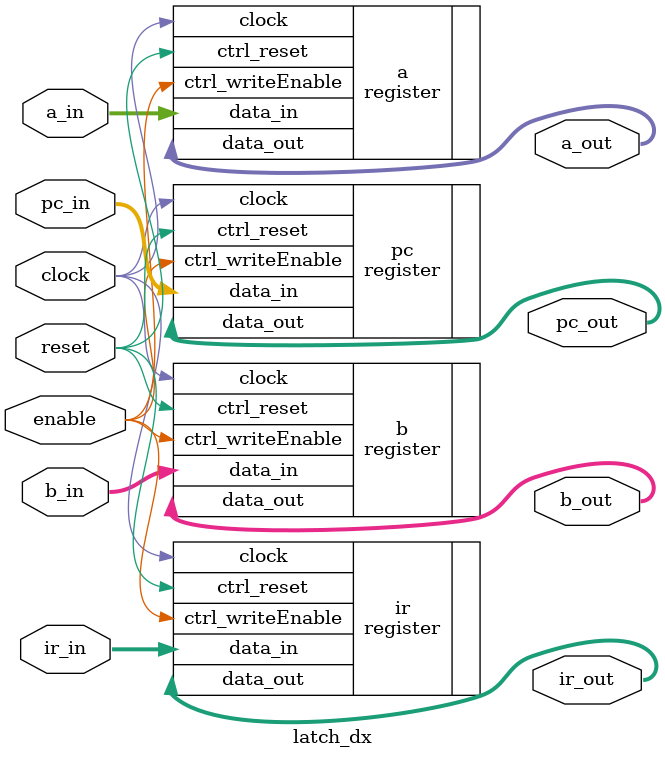
<source format=v>
module latch_dx (ir_in, pc_in, a_in, b_in, clock, reset, enable, ir_out, pc_out, a_out, b_out);

input [31:0] ir_in, pc_in, a_in, b_in;
input clock, reset, enable;

output [31:0] ir_out, pc_out, a_out, b_out;

register ir (
    .data_out(ir_out),
	 .clock(clock),
    .ctrl_writeEnable(enable),
    .ctrl_reset(reset),
	 .data_in(ir_in)
);

register pc (
    .data_out(pc_out),
	 .clock(clock),
    .ctrl_writeEnable(enable),
    .ctrl_reset(reset),
	 .data_in(pc_in)
);

register a (
    .data_out(a_out),
	 .clock(clock),
    .ctrl_writeEnable(enable),
    .ctrl_reset(reset),
	 .data_in(a_in)
);

register b (
    .data_out(b_out),
	 .clock(clock),
    .ctrl_writeEnable(enable),
    .ctrl_reset(reset),
	 .data_in(b_in)
);


endmodule 
</source>
